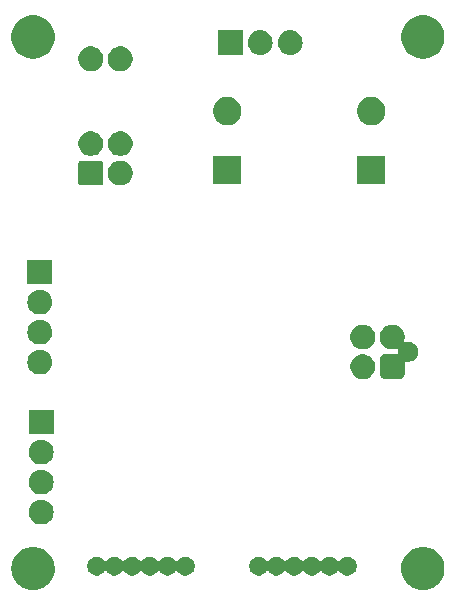
<source format=gbr>
G04 #@! TF.GenerationSoftware,KiCad,Pcbnew,(5.0.2)-1*
G04 #@! TF.CreationDate,2020-03-11T11:41:09-07:00*
G04 #@! TF.ProjectId,powerControl,706f7765-7243-46f6-9e74-726f6c2e6b69,rev?*
G04 #@! TF.SameCoordinates,Original*
G04 #@! TF.FileFunction,Soldermask,Bot*
G04 #@! TF.FilePolarity,Negative*
%FSLAX46Y46*%
G04 Gerber Fmt 4.6, Leading zero omitted, Abs format (unit mm)*
G04 Created by KiCad (PCBNEW (5.0.2)-1) date 3/11/2020 11:41:09 AM*
%MOMM*%
%LPD*%
G01*
G04 APERTURE LIST*
%ADD10C,0.100000*%
G04 APERTURE END LIST*
D10*
G36*
X108268327Y-81187521D02*
X108533791Y-81240325D01*
X108866830Y-81378275D01*
X109166557Y-81578546D01*
X109421454Y-81833443D01*
X109621725Y-82133170D01*
X109759675Y-82466209D01*
X109811192Y-82725205D01*
X109830000Y-82819759D01*
X109830000Y-83180241D01*
X109819900Y-83231018D01*
X109759675Y-83533791D01*
X109621725Y-83866830D01*
X109421454Y-84166557D01*
X109166557Y-84421454D01*
X108866830Y-84621725D01*
X108533791Y-84759675D01*
X108268327Y-84812479D01*
X108180241Y-84830000D01*
X107819759Y-84830000D01*
X107731673Y-84812479D01*
X107466209Y-84759675D01*
X107133170Y-84621725D01*
X106833443Y-84421454D01*
X106578546Y-84166557D01*
X106378275Y-83866830D01*
X106240325Y-83533791D01*
X106180100Y-83231018D01*
X106170000Y-83180241D01*
X106170000Y-82819759D01*
X106188808Y-82725205D01*
X106240325Y-82466209D01*
X106378275Y-82133170D01*
X106578546Y-81833443D01*
X106833443Y-81578546D01*
X107133170Y-81378275D01*
X107466209Y-81240325D01*
X107731673Y-81187521D01*
X107819759Y-81170000D01*
X108180241Y-81170000D01*
X108268327Y-81187521D01*
X108268327Y-81187521D01*
G37*
G36*
X75268327Y-81187521D02*
X75533791Y-81240325D01*
X75866830Y-81378275D01*
X76166557Y-81578546D01*
X76421454Y-81833443D01*
X76621725Y-82133170D01*
X76759675Y-82466209D01*
X76811192Y-82725205D01*
X76830000Y-82819759D01*
X76830000Y-83180241D01*
X76819900Y-83231018D01*
X76759675Y-83533791D01*
X76621725Y-83866830D01*
X76421454Y-84166557D01*
X76166557Y-84421454D01*
X75866830Y-84621725D01*
X75533791Y-84759675D01*
X75268327Y-84812479D01*
X75180241Y-84830000D01*
X74819759Y-84830000D01*
X74731673Y-84812479D01*
X74466209Y-84759675D01*
X74133170Y-84621725D01*
X73833443Y-84421454D01*
X73578546Y-84166557D01*
X73378275Y-83866830D01*
X73240325Y-83533791D01*
X73180100Y-83231018D01*
X73170000Y-83180241D01*
X73170000Y-82819759D01*
X73188808Y-82725205D01*
X73240325Y-82466209D01*
X73378275Y-82133170D01*
X73578546Y-81833443D01*
X73833443Y-81578546D01*
X74133170Y-81378275D01*
X74466209Y-81240325D01*
X74731673Y-81187521D01*
X74819759Y-81170000D01*
X75180241Y-81170000D01*
X75268327Y-81187521D01*
X75268327Y-81187521D01*
G37*
G36*
X80617352Y-82034743D02*
X80762941Y-82095048D01*
X80893973Y-82182601D01*
X81005401Y-82294029D01*
X81030067Y-82330944D01*
X81045612Y-82349886D01*
X81064554Y-82365431D01*
X81086165Y-82376982D01*
X81109614Y-82384095D01*
X81134001Y-82386497D01*
X81158387Y-82384095D01*
X81181836Y-82376982D01*
X81203447Y-82365430D01*
X81222389Y-82349885D01*
X81237933Y-82330944D01*
X81262599Y-82294029D01*
X81374027Y-82182601D01*
X81505059Y-82095048D01*
X81650648Y-82034743D01*
X81805205Y-82004000D01*
X81962795Y-82004000D01*
X82117352Y-82034743D01*
X82262941Y-82095048D01*
X82393973Y-82182601D01*
X82505401Y-82294029D01*
X82530067Y-82330944D01*
X82545612Y-82349886D01*
X82564554Y-82365431D01*
X82586165Y-82376982D01*
X82609614Y-82384095D01*
X82634001Y-82386497D01*
X82658387Y-82384095D01*
X82681836Y-82376982D01*
X82703447Y-82365430D01*
X82722389Y-82349885D01*
X82737933Y-82330944D01*
X82762599Y-82294029D01*
X82874027Y-82182601D01*
X83005059Y-82095048D01*
X83150648Y-82034743D01*
X83305205Y-82004000D01*
X83462795Y-82004000D01*
X83617352Y-82034743D01*
X83762941Y-82095048D01*
X83893973Y-82182601D01*
X84005401Y-82294029D01*
X84030067Y-82330944D01*
X84045612Y-82349886D01*
X84064554Y-82365431D01*
X84086165Y-82376982D01*
X84109614Y-82384095D01*
X84134001Y-82386497D01*
X84158387Y-82384095D01*
X84181836Y-82376982D01*
X84203447Y-82365430D01*
X84222389Y-82349885D01*
X84237933Y-82330944D01*
X84262599Y-82294029D01*
X84374027Y-82182601D01*
X84505059Y-82095048D01*
X84650648Y-82034743D01*
X84805205Y-82004000D01*
X84962795Y-82004000D01*
X85117352Y-82034743D01*
X85262941Y-82095048D01*
X85393973Y-82182601D01*
X85505401Y-82294029D01*
X85530067Y-82330944D01*
X85545612Y-82349886D01*
X85564554Y-82365431D01*
X85586165Y-82376982D01*
X85609614Y-82384095D01*
X85634001Y-82386497D01*
X85658387Y-82384095D01*
X85681836Y-82376982D01*
X85703447Y-82365430D01*
X85722389Y-82349885D01*
X85737933Y-82330944D01*
X85762599Y-82294029D01*
X85874027Y-82182601D01*
X86005059Y-82095048D01*
X86150648Y-82034743D01*
X86305205Y-82004000D01*
X86462795Y-82004000D01*
X86617352Y-82034743D01*
X86762941Y-82095048D01*
X86893973Y-82182601D01*
X87005401Y-82294029D01*
X87030067Y-82330944D01*
X87045612Y-82349886D01*
X87064554Y-82365431D01*
X87086165Y-82376982D01*
X87109614Y-82384095D01*
X87134001Y-82386497D01*
X87158387Y-82384095D01*
X87181836Y-82376982D01*
X87203447Y-82365430D01*
X87222389Y-82349885D01*
X87237933Y-82330944D01*
X87262599Y-82294029D01*
X87374027Y-82182601D01*
X87505059Y-82095048D01*
X87650648Y-82034743D01*
X87805205Y-82004000D01*
X87962795Y-82004000D01*
X88117352Y-82034743D01*
X88262941Y-82095048D01*
X88393973Y-82182601D01*
X88505399Y-82294027D01*
X88592952Y-82425059D01*
X88653257Y-82570648D01*
X88684000Y-82725205D01*
X88684000Y-82882795D01*
X88653257Y-83037352D01*
X88592952Y-83182941D01*
X88505399Y-83313973D01*
X88393973Y-83425399D01*
X88262941Y-83512952D01*
X88117352Y-83573257D01*
X87962795Y-83604000D01*
X87805205Y-83604000D01*
X87650648Y-83573257D01*
X87505059Y-83512952D01*
X87374027Y-83425399D01*
X87262599Y-83313971D01*
X87237933Y-83277056D01*
X87222388Y-83258114D01*
X87203446Y-83242569D01*
X87181835Y-83231018D01*
X87158386Y-83223905D01*
X87133999Y-83221503D01*
X87109613Y-83223905D01*
X87086164Y-83231018D01*
X87064553Y-83242570D01*
X87045611Y-83258115D01*
X87030067Y-83277056D01*
X87005401Y-83313971D01*
X86893973Y-83425399D01*
X86762941Y-83512952D01*
X86617352Y-83573257D01*
X86462795Y-83604000D01*
X86305205Y-83604000D01*
X86150648Y-83573257D01*
X86005059Y-83512952D01*
X85874027Y-83425399D01*
X85762599Y-83313971D01*
X85737933Y-83277056D01*
X85722388Y-83258114D01*
X85703446Y-83242569D01*
X85681835Y-83231018D01*
X85658386Y-83223905D01*
X85633999Y-83221503D01*
X85609613Y-83223905D01*
X85586164Y-83231018D01*
X85564553Y-83242570D01*
X85545611Y-83258115D01*
X85530067Y-83277056D01*
X85505401Y-83313971D01*
X85393973Y-83425399D01*
X85262941Y-83512952D01*
X85117352Y-83573257D01*
X84962795Y-83604000D01*
X84805205Y-83604000D01*
X84650648Y-83573257D01*
X84505059Y-83512952D01*
X84374027Y-83425399D01*
X84262599Y-83313971D01*
X84237933Y-83277056D01*
X84222388Y-83258114D01*
X84203446Y-83242569D01*
X84181835Y-83231018D01*
X84158386Y-83223905D01*
X84133999Y-83221503D01*
X84109613Y-83223905D01*
X84086164Y-83231018D01*
X84064553Y-83242570D01*
X84045611Y-83258115D01*
X84030067Y-83277056D01*
X84005401Y-83313971D01*
X83893973Y-83425399D01*
X83762941Y-83512952D01*
X83617352Y-83573257D01*
X83462795Y-83604000D01*
X83305205Y-83604000D01*
X83150648Y-83573257D01*
X83005059Y-83512952D01*
X82874027Y-83425399D01*
X82762599Y-83313971D01*
X82737933Y-83277056D01*
X82722388Y-83258114D01*
X82703446Y-83242569D01*
X82681835Y-83231018D01*
X82658386Y-83223905D01*
X82633999Y-83221503D01*
X82609613Y-83223905D01*
X82586164Y-83231018D01*
X82564553Y-83242570D01*
X82545611Y-83258115D01*
X82530067Y-83277056D01*
X82505401Y-83313971D01*
X82393973Y-83425399D01*
X82262941Y-83512952D01*
X82117352Y-83573257D01*
X81962795Y-83604000D01*
X81805205Y-83604000D01*
X81650648Y-83573257D01*
X81505059Y-83512952D01*
X81374027Y-83425399D01*
X81262599Y-83313971D01*
X81237933Y-83277056D01*
X81222388Y-83258114D01*
X81203446Y-83242569D01*
X81181835Y-83231018D01*
X81158386Y-83223905D01*
X81133999Y-83221503D01*
X81109613Y-83223905D01*
X81086164Y-83231018D01*
X81064553Y-83242570D01*
X81045611Y-83258115D01*
X81030067Y-83277056D01*
X81005401Y-83313971D01*
X80893973Y-83425399D01*
X80762941Y-83512952D01*
X80617352Y-83573257D01*
X80462795Y-83604000D01*
X80305205Y-83604000D01*
X80150648Y-83573257D01*
X80005059Y-83512952D01*
X79874027Y-83425399D01*
X79762601Y-83313973D01*
X79675048Y-83182941D01*
X79614743Y-83037352D01*
X79584000Y-82882795D01*
X79584000Y-82725205D01*
X79614743Y-82570648D01*
X79675048Y-82425059D01*
X79762601Y-82294027D01*
X79874027Y-82182601D01*
X80005059Y-82095048D01*
X80150648Y-82034743D01*
X80305205Y-82004000D01*
X80462795Y-82004000D01*
X80617352Y-82034743D01*
X80617352Y-82034743D01*
G37*
G36*
X94333352Y-82034743D02*
X94478941Y-82095048D01*
X94609973Y-82182601D01*
X94721401Y-82294029D01*
X94746067Y-82330944D01*
X94761612Y-82349886D01*
X94780554Y-82365431D01*
X94802165Y-82376982D01*
X94825614Y-82384095D01*
X94850001Y-82386497D01*
X94874387Y-82384095D01*
X94897836Y-82376982D01*
X94919447Y-82365430D01*
X94938389Y-82349885D01*
X94953933Y-82330944D01*
X94978599Y-82294029D01*
X95090027Y-82182601D01*
X95221059Y-82095048D01*
X95366648Y-82034743D01*
X95521205Y-82004000D01*
X95678795Y-82004000D01*
X95833352Y-82034743D01*
X95978941Y-82095048D01*
X96109973Y-82182601D01*
X96221401Y-82294029D01*
X96246067Y-82330944D01*
X96261612Y-82349886D01*
X96280554Y-82365431D01*
X96302165Y-82376982D01*
X96325614Y-82384095D01*
X96350001Y-82386497D01*
X96374387Y-82384095D01*
X96397836Y-82376982D01*
X96419447Y-82365430D01*
X96438389Y-82349885D01*
X96453933Y-82330944D01*
X96478599Y-82294029D01*
X96590027Y-82182601D01*
X96721059Y-82095048D01*
X96866648Y-82034743D01*
X97021205Y-82004000D01*
X97178795Y-82004000D01*
X97333352Y-82034743D01*
X97478941Y-82095048D01*
X97609973Y-82182601D01*
X97721401Y-82294029D01*
X97746067Y-82330944D01*
X97761612Y-82349886D01*
X97780554Y-82365431D01*
X97802165Y-82376982D01*
X97825614Y-82384095D01*
X97850001Y-82386497D01*
X97874387Y-82384095D01*
X97897836Y-82376982D01*
X97919447Y-82365430D01*
X97938389Y-82349885D01*
X97953933Y-82330944D01*
X97978599Y-82294029D01*
X98090027Y-82182601D01*
X98221059Y-82095048D01*
X98366648Y-82034743D01*
X98521205Y-82004000D01*
X98678795Y-82004000D01*
X98833352Y-82034743D01*
X98978941Y-82095048D01*
X99109973Y-82182601D01*
X99221401Y-82294029D01*
X99246067Y-82330944D01*
X99261612Y-82349886D01*
X99280554Y-82365431D01*
X99302165Y-82376982D01*
X99325614Y-82384095D01*
X99350001Y-82386497D01*
X99374387Y-82384095D01*
X99397836Y-82376982D01*
X99419447Y-82365430D01*
X99438389Y-82349885D01*
X99453933Y-82330944D01*
X99478599Y-82294029D01*
X99590027Y-82182601D01*
X99721059Y-82095048D01*
X99866648Y-82034743D01*
X100021205Y-82004000D01*
X100178795Y-82004000D01*
X100333352Y-82034743D01*
X100478941Y-82095048D01*
X100609973Y-82182601D01*
X100721401Y-82294029D01*
X100746067Y-82330944D01*
X100761612Y-82349886D01*
X100780554Y-82365431D01*
X100802165Y-82376982D01*
X100825614Y-82384095D01*
X100850001Y-82386497D01*
X100874387Y-82384095D01*
X100897836Y-82376982D01*
X100919447Y-82365430D01*
X100938389Y-82349885D01*
X100953933Y-82330944D01*
X100978599Y-82294029D01*
X101090027Y-82182601D01*
X101221059Y-82095048D01*
X101366648Y-82034743D01*
X101521205Y-82004000D01*
X101678795Y-82004000D01*
X101833352Y-82034743D01*
X101978941Y-82095048D01*
X102109973Y-82182601D01*
X102221399Y-82294027D01*
X102308952Y-82425059D01*
X102369257Y-82570648D01*
X102400000Y-82725205D01*
X102400000Y-82882795D01*
X102369257Y-83037352D01*
X102308952Y-83182941D01*
X102221399Y-83313973D01*
X102109973Y-83425399D01*
X101978941Y-83512952D01*
X101833352Y-83573257D01*
X101678795Y-83604000D01*
X101521205Y-83604000D01*
X101366648Y-83573257D01*
X101221059Y-83512952D01*
X101090027Y-83425399D01*
X100978599Y-83313971D01*
X100953933Y-83277056D01*
X100938388Y-83258114D01*
X100919446Y-83242569D01*
X100897835Y-83231018D01*
X100874386Y-83223905D01*
X100849999Y-83221503D01*
X100825613Y-83223905D01*
X100802164Y-83231018D01*
X100780553Y-83242570D01*
X100761611Y-83258115D01*
X100746067Y-83277056D01*
X100721401Y-83313971D01*
X100609973Y-83425399D01*
X100478941Y-83512952D01*
X100333352Y-83573257D01*
X100178795Y-83604000D01*
X100021205Y-83604000D01*
X99866648Y-83573257D01*
X99721059Y-83512952D01*
X99590027Y-83425399D01*
X99478599Y-83313971D01*
X99453933Y-83277056D01*
X99438388Y-83258114D01*
X99419446Y-83242569D01*
X99397835Y-83231018D01*
X99374386Y-83223905D01*
X99349999Y-83221503D01*
X99325613Y-83223905D01*
X99302164Y-83231018D01*
X99280553Y-83242570D01*
X99261611Y-83258115D01*
X99246067Y-83277056D01*
X99221401Y-83313971D01*
X99109973Y-83425399D01*
X98978941Y-83512952D01*
X98833352Y-83573257D01*
X98678795Y-83604000D01*
X98521205Y-83604000D01*
X98366648Y-83573257D01*
X98221059Y-83512952D01*
X98090027Y-83425399D01*
X97978599Y-83313971D01*
X97953933Y-83277056D01*
X97938388Y-83258114D01*
X97919446Y-83242569D01*
X97897835Y-83231018D01*
X97874386Y-83223905D01*
X97849999Y-83221503D01*
X97825613Y-83223905D01*
X97802164Y-83231018D01*
X97780553Y-83242570D01*
X97761611Y-83258115D01*
X97746067Y-83277056D01*
X97721401Y-83313971D01*
X97609973Y-83425399D01*
X97478941Y-83512952D01*
X97333352Y-83573257D01*
X97178795Y-83604000D01*
X97021205Y-83604000D01*
X96866648Y-83573257D01*
X96721059Y-83512952D01*
X96590027Y-83425399D01*
X96478599Y-83313971D01*
X96453933Y-83277056D01*
X96438388Y-83258114D01*
X96419446Y-83242569D01*
X96397835Y-83231018D01*
X96374386Y-83223905D01*
X96349999Y-83221503D01*
X96325613Y-83223905D01*
X96302164Y-83231018D01*
X96280553Y-83242570D01*
X96261611Y-83258115D01*
X96246067Y-83277056D01*
X96221401Y-83313971D01*
X96109973Y-83425399D01*
X95978941Y-83512952D01*
X95833352Y-83573257D01*
X95678795Y-83604000D01*
X95521205Y-83604000D01*
X95366648Y-83573257D01*
X95221059Y-83512952D01*
X95090027Y-83425399D01*
X94978599Y-83313971D01*
X94953933Y-83277056D01*
X94938388Y-83258114D01*
X94919446Y-83242569D01*
X94897835Y-83231018D01*
X94874386Y-83223905D01*
X94849999Y-83221503D01*
X94825613Y-83223905D01*
X94802164Y-83231018D01*
X94780553Y-83242570D01*
X94761611Y-83258115D01*
X94746067Y-83277056D01*
X94721401Y-83313971D01*
X94609973Y-83425399D01*
X94478941Y-83512952D01*
X94333352Y-83573257D01*
X94178795Y-83604000D01*
X94021205Y-83604000D01*
X93866648Y-83573257D01*
X93721059Y-83512952D01*
X93590027Y-83425399D01*
X93478601Y-83313973D01*
X93391048Y-83182941D01*
X93330743Y-83037352D01*
X93300000Y-82882795D01*
X93300000Y-82725205D01*
X93330743Y-82570648D01*
X93391048Y-82425059D01*
X93478601Y-82294027D01*
X93590027Y-82182601D01*
X93721059Y-82095048D01*
X93866648Y-82034743D01*
X94021205Y-82004000D01*
X94178795Y-82004000D01*
X94333352Y-82034743D01*
X94333352Y-82034743D01*
G37*
G36*
X75820707Y-77189597D02*
X75897836Y-77197193D01*
X76029787Y-77237220D01*
X76095763Y-77257233D01*
X76278172Y-77354733D01*
X76438054Y-77485946D01*
X76569267Y-77645828D01*
X76666767Y-77828237D01*
X76666767Y-77828238D01*
X76726807Y-78026164D01*
X76747080Y-78232000D01*
X76726807Y-78437836D01*
X76686780Y-78569787D01*
X76666767Y-78635763D01*
X76569267Y-78818172D01*
X76438054Y-78978054D01*
X76278172Y-79109267D01*
X76095763Y-79206767D01*
X76029787Y-79226780D01*
X75897836Y-79266807D01*
X75820707Y-79274404D01*
X75743580Y-79282000D01*
X75640420Y-79282000D01*
X75563293Y-79274404D01*
X75486164Y-79266807D01*
X75354213Y-79226780D01*
X75288237Y-79206767D01*
X75105828Y-79109267D01*
X74945946Y-78978054D01*
X74814733Y-78818172D01*
X74717233Y-78635763D01*
X74697220Y-78569787D01*
X74657193Y-78437836D01*
X74636920Y-78232000D01*
X74657193Y-78026164D01*
X74717233Y-77828238D01*
X74717233Y-77828237D01*
X74814733Y-77645828D01*
X74945946Y-77485946D01*
X75105828Y-77354733D01*
X75288237Y-77257233D01*
X75354213Y-77237220D01*
X75486164Y-77197193D01*
X75563293Y-77189597D01*
X75640420Y-77182000D01*
X75743580Y-77182000D01*
X75820707Y-77189597D01*
X75820707Y-77189597D01*
G37*
G36*
X75820707Y-74649597D02*
X75897836Y-74657193D01*
X76029787Y-74697220D01*
X76095763Y-74717233D01*
X76278172Y-74814733D01*
X76438054Y-74945946D01*
X76569267Y-75105828D01*
X76666767Y-75288237D01*
X76666767Y-75288238D01*
X76726807Y-75486164D01*
X76747080Y-75692000D01*
X76726807Y-75897836D01*
X76686780Y-76029787D01*
X76666767Y-76095763D01*
X76569267Y-76278172D01*
X76438054Y-76438054D01*
X76278172Y-76569267D01*
X76095763Y-76666767D01*
X76029787Y-76686780D01*
X75897836Y-76726807D01*
X75820707Y-76734404D01*
X75743580Y-76742000D01*
X75640420Y-76742000D01*
X75563293Y-76734404D01*
X75486164Y-76726807D01*
X75354213Y-76686780D01*
X75288237Y-76666767D01*
X75105828Y-76569267D01*
X74945946Y-76438054D01*
X74814733Y-76278172D01*
X74717233Y-76095763D01*
X74697220Y-76029787D01*
X74657193Y-75897836D01*
X74636920Y-75692000D01*
X74657193Y-75486164D01*
X74717233Y-75288238D01*
X74717233Y-75288237D01*
X74814733Y-75105828D01*
X74945946Y-74945946D01*
X75105828Y-74814733D01*
X75288237Y-74717233D01*
X75354213Y-74697220D01*
X75486164Y-74657193D01*
X75563293Y-74649597D01*
X75640420Y-74642000D01*
X75743580Y-74642000D01*
X75820707Y-74649597D01*
X75820707Y-74649597D01*
G37*
G36*
X75820707Y-72109597D02*
X75897836Y-72117193D01*
X76029787Y-72157220D01*
X76095763Y-72177233D01*
X76278172Y-72274733D01*
X76438054Y-72405946D01*
X76569267Y-72565828D01*
X76666767Y-72748237D01*
X76666767Y-72748238D01*
X76726807Y-72946164D01*
X76747080Y-73152000D01*
X76726807Y-73357836D01*
X76686780Y-73489787D01*
X76666767Y-73555763D01*
X76569267Y-73738172D01*
X76438054Y-73898054D01*
X76278172Y-74029267D01*
X76095763Y-74126767D01*
X76029787Y-74146780D01*
X75897836Y-74186807D01*
X75820707Y-74194404D01*
X75743580Y-74202000D01*
X75640420Y-74202000D01*
X75563293Y-74194404D01*
X75486164Y-74186807D01*
X75354213Y-74146780D01*
X75288237Y-74126767D01*
X75105828Y-74029267D01*
X74945946Y-73898054D01*
X74814733Y-73738172D01*
X74717233Y-73555763D01*
X74697220Y-73489787D01*
X74657193Y-73357836D01*
X74636920Y-73152000D01*
X74657193Y-72946164D01*
X74717233Y-72748238D01*
X74717233Y-72748237D01*
X74814733Y-72565828D01*
X74945946Y-72405946D01*
X75105828Y-72274733D01*
X75288237Y-72177233D01*
X75354213Y-72157220D01*
X75486164Y-72117193D01*
X75563293Y-72109597D01*
X75640420Y-72102000D01*
X75743580Y-72102000D01*
X75820707Y-72109597D01*
X75820707Y-72109597D01*
G37*
G36*
X76742000Y-71662000D02*
X74642000Y-71662000D01*
X74642000Y-69562000D01*
X76742000Y-69562000D01*
X76742000Y-71662000D01*
X76742000Y-71662000D01*
G37*
G36*
X105535888Y-62367470D02*
X105716274Y-62403350D01*
X105907362Y-62482502D01*
X106079336Y-62597411D01*
X106225589Y-62743664D01*
X106340498Y-62915638D01*
X106419650Y-63106726D01*
X106460000Y-63309584D01*
X106460000Y-63516416D01*
X106426573Y-63684469D01*
X106424172Y-63708845D01*
X106426574Y-63733231D01*
X106433687Y-63756680D01*
X106445238Y-63778291D01*
X106460784Y-63797233D01*
X106479726Y-63812779D01*
X106501336Y-63824330D01*
X106524786Y-63831443D01*
X106549172Y-63833845D01*
X106573557Y-63831443D01*
X106666280Y-63813000D01*
X106833719Y-63813000D01*
X106997934Y-63845664D01*
X107152627Y-63909740D01*
X107291847Y-64002764D01*
X107410236Y-64121153D01*
X107503260Y-64260373D01*
X107567336Y-64415066D01*
X107600000Y-64579281D01*
X107600000Y-64746719D01*
X107567336Y-64910934D01*
X107503260Y-65065627D01*
X107410236Y-65204847D01*
X107291847Y-65323236D01*
X107152627Y-65416260D01*
X106997934Y-65480336D01*
X106833719Y-65513000D01*
X106666281Y-65513000D01*
X106602741Y-65500361D01*
X106578355Y-65497959D01*
X106553969Y-65500361D01*
X106530520Y-65507474D01*
X106508909Y-65519025D01*
X106489967Y-65534571D01*
X106474421Y-65553513D01*
X106462870Y-65575124D01*
X106455757Y-65598573D01*
X106453355Y-65622959D01*
X106455757Y-65647344D01*
X106456399Y-65650574D01*
X106460302Y-65690194D01*
X106461573Y-65716062D01*
X106461573Y-66509938D01*
X106460302Y-66535806D01*
X106456399Y-66575426D01*
X106446309Y-66626155D01*
X106435647Y-66661306D01*
X106415845Y-66709111D01*
X106398532Y-66741501D01*
X106369791Y-66784514D01*
X106346490Y-66812907D01*
X106309907Y-66849490D01*
X106281514Y-66872791D01*
X106238501Y-66901532D01*
X106206111Y-66918845D01*
X106158306Y-66938647D01*
X106123155Y-66949309D01*
X106072426Y-66959399D01*
X106032806Y-66963302D01*
X106006938Y-66964573D01*
X104813062Y-66964573D01*
X104787194Y-66963302D01*
X104747574Y-66959399D01*
X104696845Y-66949309D01*
X104661694Y-66938647D01*
X104613889Y-66918845D01*
X104581499Y-66901532D01*
X104538486Y-66872791D01*
X104510093Y-66849490D01*
X104473510Y-66812907D01*
X104450209Y-66784514D01*
X104421468Y-66741501D01*
X104404155Y-66709111D01*
X104384353Y-66661306D01*
X104373691Y-66626155D01*
X104363601Y-66575426D01*
X104359698Y-66535806D01*
X104358427Y-66509938D01*
X104358427Y-65316062D01*
X104359698Y-65290194D01*
X104363601Y-65250574D01*
X104373691Y-65199845D01*
X104384353Y-65164694D01*
X104404155Y-65116889D01*
X104421468Y-65084499D01*
X104450209Y-65041486D01*
X104473510Y-65013093D01*
X104510093Y-64976510D01*
X104538486Y-64953209D01*
X104581499Y-64924468D01*
X104613889Y-64907155D01*
X104661694Y-64887353D01*
X104696845Y-64876691D01*
X104747574Y-64866601D01*
X104787194Y-64862698D01*
X104813062Y-64861427D01*
X105606938Y-64861427D01*
X105632806Y-64862698D01*
X105672426Y-64866601D01*
X105723155Y-64876691D01*
X105739300Y-64881588D01*
X105763334Y-64886368D01*
X105787838Y-64886368D01*
X105811871Y-64881587D01*
X105834510Y-64872210D01*
X105854885Y-64858596D01*
X105872212Y-64841268D01*
X105885826Y-64820894D01*
X105895203Y-64798255D01*
X105899983Y-64774221D01*
X105899237Y-64759029D01*
X105900000Y-64759029D01*
X105900000Y-64579281D01*
X105904827Y-64555014D01*
X105907229Y-64530628D01*
X105904827Y-64506241D01*
X105897714Y-64482792D01*
X105886163Y-64461182D01*
X105870617Y-64442239D01*
X105851675Y-64426694D01*
X105830064Y-64415143D01*
X105806615Y-64408030D01*
X105782229Y-64405628D01*
X105757842Y-64408030D01*
X105734409Y-64415138D01*
X105716274Y-64422650D01*
X105535888Y-64458530D01*
X105513417Y-64463000D01*
X105306583Y-64463000D01*
X105284112Y-64458530D01*
X105103726Y-64422650D01*
X104912638Y-64343498D01*
X104740664Y-64228589D01*
X104594411Y-64082336D01*
X104479502Y-63910362D01*
X104400350Y-63719274D01*
X104360000Y-63516416D01*
X104360000Y-63309584D01*
X104400350Y-63106726D01*
X104479502Y-62915638D01*
X104594411Y-62743664D01*
X104740664Y-62597411D01*
X104912638Y-62482502D01*
X105103726Y-62403350D01*
X105284112Y-62367470D01*
X105306583Y-62363000D01*
X105513417Y-62363000D01*
X105535888Y-62367470D01*
X105535888Y-62367470D01*
G37*
G36*
X103031520Y-64866601D02*
X103216274Y-64903350D01*
X103407362Y-64982502D01*
X103579336Y-65097411D01*
X103725589Y-65243664D01*
X103840498Y-65415638D01*
X103919650Y-65606726D01*
X103960000Y-65809584D01*
X103960000Y-66016416D01*
X103919650Y-66219274D01*
X103840498Y-66410362D01*
X103725589Y-66582336D01*
X103579336Y-66728589D01*
X103407362Y-66843498D01*
X103216274Y-66922650D01*
X103037568Y-66958196D01*
X103013417Y-66963000D01*
X102806583Y-66963000D01*
X102782432Y-66958196D01*
X102603726Y-66922650D01*
X102412638Y-66843498D01*
X102240664Y-66728589D01*
X102094411Y-66582336D01*
X101979502Y-66410362D01*
X101900350Y-66219274D01*
X101860000Y-66016416D01*
X101860000Y-65809584D01*
X101900350Y-65606726D01*
X101979502Y-65415638D01*
X102094411Y-65243664D01*
X102240664Y-65097411D01*
X102412638Y-64982502D01*
X102603726Y-64903350D01*
X102788480Y-64866601D01*
X102806583Y-64863000D01*
X103013417Y-64863000D01*
X103031520Y-64866601D01*
X103031520Y-64866601D01*
G37*
G36*
X75693707Y-64489597D02*
X75770836Y-64497193D01*
X75902787Y-64537220D01*
X75968763Y-64557233D01*
X76151172Y-64654733D01*
X76311054Y-64785946D01*
X76442267Y-64945828D01*
X76539767Y-65128237D01*
X76539767Y-65128238D01*
X76599807Y-65326164D01*
X76620080Y-65532000D01*
X76599807Y-65737836D01*
X76559780Y-65869787D01*
X76539767Y-65935763D01*
X76442267Y-66118172D01*
X76311054Y-66278054D01*
X76151172Y-66409267D01*
X75968763Y-66506767D01*
X75902787Y-66526780D01*
X75770836Y-66566807D01*
X75693707Y-66574404D01*
X75616580Y-66582000D01*
X75513420Y-66582000D01*
X75436293Y-66574404D01*
X75359164Y-66566807D01*
X75227213Y-66526780D01*
X75161237Y-66506767D01*
X74978828Y-66409267D01*
X74818946Y-66278054D01*
X74687733Y-66118172D01*
X74590233Y-65935763D01*
X74570220Y-65869787D01*
X74530193Y-65737836D01*
X74509920Y-65532000D01*
X74530193Y-65326164D01*
X74590233Y-65128238D01*
X74590233Y-65128237D01*
X74687733Y-64945828D01*
X74818946Y-64785946D01*
X74978828Y-64654733D01*
X75161237Y-64557233D01*
X75227213Y-64537220D01*
X75359164Y-64497193D01*
X75436293Y-64489597D01*
X75513420Y-64482000D01*
X75616580Y-64482000D01*
X75693707Y-64489597D01*
X75693707Y-64489597D01*
G37*
G36*
X103035888Y-62367470D02*
X103216274Y-62403350D01*
X103407362Y-62482502D01*
X103579336Y-62597411D01*
X103725589Y-62743664D01*
X103840498Y-62915638D01*
X103919650Y-63106726D01*
X103960000Y-63309584D01*
X103960000Y-63516416D01*
X103919650Y-63719274D01*
X103840498Y-63910362D01*
X103725589Y-64082336D01*
X103579336Y-64228589D01*
X103407362Y-64343498D01*
X103216274Y-64422650D01*
X103035888Y-64458530D01*
X103013417Y-64463000D01*
X102806583Y-64463000D01*
X102784112Y-64458530D01*
X102603726Y-64422650D01*
X102412638Y-64343498D01*
X102240664Y-64228589D01*
X102094411Y-64082336D01*
X101979502Y-63910362D01*
X101900350Y-63719274D01*
X101860000Y-63516416D01*
X101860000Y-63309584D01*
X101900350Y-63106726D01*
X101979502Y-62915638D01*
X102094411Y-62743664D01*
X102240664Y-62597411D01*
X102412638Y-62482502D01*
X102603726Y-62403350D01*
X102784112Y-62367470D01*
X102806583Y-62363000D01*
X103013417Y-62363000D01*
X103035888Y-62367470D01*
X103035888Y-62367470D01*
G37*
G36*
X75693707Y-61949596D02*
X75770836Y-61957193D01*
X75902787Y-61997220D01*
X75968763Y-62017233D01*
X76151172Y-62114733D01*
X76311054Y-62245946D01*
X76442267Y-62405828D01*
X76539767Y-62588237D01*
X76539767Y-62588238D01*
X76599807Y-62786164D01*
X76620080Y-62992000D01*
X76599807Y-63197836D01*
X76565909Y-63309583D01*
X76539767Y-63395763D01*
X76442267Y-63578172D01*
X76311054Y-63738054D01*
X76151172Y-63869267D01*
X75968763Y-63966767D01*
X75902787Y-63986780D01*
X75770836Y-64026807D01*
X75693707Y-64034403D01*
X75616580Y-64042000D01*
X75513420Y-64042000D01*
X75436293Y-64034403D01*
X75359164Y-64026807D01*
X75227213Y-63986780D01*
X75161237Y-63966767D01*
X74978828Y-63869267D01*
X74818946Y-63738054D01*
X74687733Y-63578172D01*
X74590233Y-63395763D01*
X74564091Y-63309583D01*
X74530193Y-63197836D01*
X74509920Y-62992000D01*
X74530193Y-62786164D01*
X74590233Y-62588238D01*
X74590233Y-62588237D01*
X74687733Y-62405828D01*
X74818946Y-62245946D01*
X74978828Y-62114733D01*
X75161237Y-62017233D01*
X75227213Y-61997220D01*
X75359164Y-61957193D01*
X75436293Y-61949596D01*
X75513420Y-61942000D01*
X75616580Y-61942000D01*
X75693707Y-61949596D01*
X75693707Y-61949596D01*
G37*
G36*
X75693707Y-59409597D02*
X75770836Y-59417193D01*
X75902787Y-59457220D01*
X75968763Y-59477233D01*
X76151172Y-59574733D01*
X76311054Y-59705946D01*
X76442267Y-59865828D01*
X76539767Y-60048237D01*
X76539767Y-60048238D01*
X76599807Y-60246164D01*
X76620080Y-60452000D01*
X76599807Y-60657836D01*
X76559780Y-60789787D01*
X76539767Y-60855763D01*
X76442267Y-61038172D01*
X76311054Y-61198054D01*
X76151172Y-61329267D01*
X75968763Y-61426767D01*
X75902787Y-61446780D01*
X75770836Y-61486807D01*
X75693707Y-61494403D01*
X75616580Y-61502000D01*
X75513420Y-61502000D01*
X75436293Y-61494403D01*
X75359164Y-61486807D01*
X75227213Y-61446780D01*
X75161237Y-61426767D01*
X74978828Y-61329267D01*
X74818946Y-61198054D01*
X74687733Y-61038172D01*
X74590233Y-60855763D01*
X74570220Y-60789787D01*
X74530193Y-60657836D01*
X74509920Y-60452000D01*
X74530193Y-60246164D01*
X74590233Y-60048238D01*
X74590233Y-60048237D01*
X74687733Y-59865828D01*
X74818946Y-59705946D01*
X74978828Y-59574733D01*
X75161237Y-59477233D01*
X75227213Y-59457220D01*
X75359164Y-59417193D01*
X75436293Y-59409597D01*
X75513420Y-59402000D01*
X75616580Y-59402000D01*
X75693707Y-59409597D01*
X75693707Y-59409597D01*
G37*
G36*
X76615000Y-58962000D02*
X74515000Y-58962000D01*
X74515000Y-56862000D01*
X76615000Y-56862000D01*
X76615000Y-58962000D01*
X76615000Y-58962000D01*
G37*
G36*
X82508888Y-48484470D02*
X82689274Y-48520350D01*
X82880362Y-48599502D01*
X83052336Y-48714411D01*
X83198589Y-48860664D01*
X83313498Y-49032638D01*
X83392650Y-49223726D01*
X83433000Y-49426584D01*
X83433000Y-49633416D01*
X83392650Y-49836274D01*
X83313498Y-50027362D01*
X83198589Y-50199336D01*
X83052336Y-50345589D01*
X82880362Y-50460498D01*
X82689274Y-50539650D01*
X82516249Y-50574066D01*
X82486417Y-50580000D01*
X82279583Y-50580000D01*
X82249751Y-50574066D01*
X82076726Y-50539650D01*
X81885638Y-50460498D01*
X81713664Y-50345589D01*
X81567411Y-50199336D01*
X81452502Y-50027362D01*
X81373350Y-49836274D01*
X81333000Y-49633416D01*
X81333000Y-49426584D01*
X81373350Y-49223726D01*
X81452502Y-49032638D01*
X81567411Y-48860664D01*
X81713664Y-48714411D01*
X81885638Y-48599502D01*
X82076726Y-48520350D01*
X82257112Y-48484470D01*
X82279583Y-48480000D01*
X82486417Y-48480000D01*
X82508888Y-48484470D01*
X82508888Y-48484470D01*
G37*
G36*
X80755325Y-48484831D02*
X80796598Y-48497351D01*
X80834629Y-48517679D01*
X80867964Y-48545036D01*
X80895321Y-48578371D01*
X80915649Y-48616402D01*
X80928169Y-48657675D01*
X80933000Y-48706726D01*
X80933000Y-50353274D01*
X80928169Y-50402325D01*
X80915649Y-50443598D01*
X80895321Y-50481629D01*
X80867964Y-50514964D01*
X80834629Y-50542321D01*
X80796598Y-50562649D01*
X80755325Y-50575169D01*
X80706274Y-50580000D01*
X79059726Y-50580000D01*
X79010675Y-50575169D01*
X78969402Y-50562649D01*
X78931371Y-50542321D01*
X78898036Y-50514964D01*
X78870679Y-50481629D01*
X78850351Y-50443598D01*
X78837831Y-50402325D01*
X78833000Y-50353274D01*
X78833000Y-48706726D01*
X78837831Y-48657675D01*
X78850351Y-48616402D01*
X78870679Y-48578371D01*
X78898036Y-48545036D01*
X78931371Y-48517679D01*
X78969402Y-48497351D01*
X79010675Y-48484831D01*
X79059726Y-48480000D01*
X80706274Y-48480000D01*
X80755325Y-48484831D01*
X80755325Y-48484831D01*
G37*
G36*
X104832000Y-50476000D02*
X102432000Y-50476000D01*
X102432000Y-48076000D01*
X104832000Y-48076000D01*
X104832000Y-50476000D01*
X104832000Y-50476000D01*
G37*
G36*
X92640000Y-50476000D02*
X90240000Y-50476000D01*
X90240000Y-48076000D01*
X92640000Y-48076000D01*
X92640000Y-50476000D01*
X92640000Y-50476000D01*
G37*
G36*
X80008888Y-45984470D02*
X80189274Y-46020350D01*
X80380362Y-46099502D01*
X80552336Y-46214411D01*
X80698589Y-46360664D01*
X80813498Y-46532638D01*
X80892650Y-46723726D01*
X80933000Y-46926584D01*
X80933000Y-47133416D01*
X80892650Y-47336274D01*
X80813498Y-47527362D01*
X80698589Y-47699336D01*
X80552336Y-47845589D01*
X80380362Y-47960498D01*
X80189274Y-48039650D01*
X80008888Y-48075530D01*
X79986417Y-48080000D01*
X79779583Y-48080000D01*
X79757112Y-48075530D01*
X79576726Y-48039650D01*
X79385638Y-47960498D01*
X79213664Y-47845589D01*
X79067411Y-47699336D01*
X78952502Y-47527362D01*
X78873350Y-47336274D01*
X78833000Y-47133416D01*
X78833000Y-46926584D01*
X78873350Y-46723726D01*
X78952502Y-46532638D01*
X79067411Y-46360664D01*
X79213664Y-46214411D01*
X79385638Y-46099502D01*
X79576726Y-46020350D01*
X79757112Y-45984470D01*
X79779583Y-45980000D01*
X79986417Y-45980000D01*
X80008888Y-45984470D01*
X80008888Y-45984470D01*
G37*
G36*
X82508888Y-45984470D02*
X82689274Y-46020350D01*
X82880362Y-46099502D01*
X83052336Y-46214411D01*
X83198589Y-46360664D01*
X83313498Y-46532638D01*
X83392650Y-46723726D01*
X83433000Y-46926584D01*
X83433000Y-47133416D01*
X83392650Y-47336274D01*
X83313498Y-47527362D01*
X83198589Y-47699336D01*
X83052336Y-47845589D01*
X82880362Y-47960498D01*
X82689274Y-48039650D01*
X82508888Y-48075530D01*
X82486417Y-48080000D01*
X82279583Y-48080000D01*
X82257112Y-48075530D01*
X82076726Y-48039650D01*
X81885638Y-47960498D01*
X81713664Y-47845589D01*
X81567411Y-47699336D01*
X81452502Y-47527362D01*
X81373350Y-47336274D01*
X81333000Y-47133416D01*
X81333000Y-46926584D01*
X81373350Y-46723726D01*
X81452502Y-46532638D01*
X81567411Y-46360664D01*
X81713664Y-46214411D01*
X81885638Y-46099502D01*
X82076726Y-46020350D01*
X82257112Y-45984470D01*
X82279583Y-45980000D01*
X82486417Y-45980000D01*
X82508888Y-45984470D01*
X82508888Y-45984470D01*
G37*
G36*
X103982026Y-43122115D02*
X104200412Y-43212573D01*
X104396958Y-43343901D01*
X104564099Y-43511042D01*
X104695427Y-43707588D01*
X104785885Y-43925974D01*
X104832000Y-44157809D01*
X104832000Y-44394191D01*
X104785885Y-44626026D01*
X104695427Y-44844412D01*
X104564099Y-45040958D01*
X104396958Y-45208099D01*
X104200412Y-45339427D01*
X103982026Y-45429885D01*
X103750191Y-45476000D01*
X103513809Y-45476000D01*
X103281974Y-45429885D01*
X103063588Y-45339427D01*
X102867042Y-45208099D01*
X102699901Y-45040958D01*
X102568573Y-44844412D01*
X102478115Y-44626026D01*
X102432000Y-44394191D01*
X102432000Y-44157809D01*
X102478115Y-43925974D01*
X102568573Y-43707588D01*
X102699901Y-43511042D01*
X102867042Y-43343901D01*
X103063588Y-43212573D01*
X103281974Y-43122115D01*
X103513809Y-43076000D01*
X103750191Y-43076000D01*
X103982026Y-43122115D01*
X103982026Y-43122115D01*
G37*
G36*
X91790026Y-43122115D02*
X92008412Y-43212573D01*
X92204958Y-43343901D01*
X92372099Y-43511042D01*
X92503427Y-43707588D01*
X92593885Y-43925974D01*
X92640000Y-44157809D01*
X92640000Y-44394191D01*
X92593885Y-44626026D01*
X92503427Y-44844412D01*
X92372099Y-45040958D01*
X92204958Y-45208099D01*
X92008412Y-45339427D01*
X91790026Y-45429885D01*
X91558191Y-45476000D01*
X91321809Y-45476000D01*
X91089974Y-45429885D01*
X90871588Y-45339427D01*
X90675042Y-45208099D01*
X90507901Y-45040958D01*
X90376573Y-44844412D01*
X90286115Y-44626026D01*
X90240000Y-44394191D01*
X90240000Y-44157809D01*
X90286115Y-43925974D01*
X90376573Y-43707588D01*
X90507901Y-43511042D01*
X90675042Y-43343901D01*
X90871588Y-43212573D01*
X91089974Y-43122115D01*
X91321809Y-43076000D01*
X91558191Y-43076000D01*
X91790026Y-43122115D01*
X91790026Y-43122115D01*
G37*
G36*
X80008888Y-38804470D02*
X80189274Y-38840350D01*
X80380362Y-38919502D01*
X80552336Y-39034411D01*
X80698589Y-39180664D01*
X80813498Y-39352638D01*
X80892650Y-39543726D01*
X80933000Y-39746584D01*
X80933000Y-39953416D01*
X80892650Y-40156274D01*
X80813498Y-40347362D01*
X80698589Y-40519336D01*
X80552336Y-40665589D01*
X80380362Y-40780498D01*
X80189274Y-40859650D01*
X80008888Y-40895530D01*
X79986417Y-40900000D01*
X79779583Y-40900000D01*
X79757112Y-40895530D01*
X79576726Y-40859650D01*
X79385638Y-40780498D01*
X79213664Y-40665589D01*
X79067411Y-40519336D01*
X78952502Y-40347362D01*
X78873350Y-40156274D01*
X78833000Y-39953416D01*
X78833000Y-39746584D01*
X78873350Y-39543726D01*
X78952502Y-39352638D01*
X79067411Y-39180664D01*
X79213664Y-39034411D01*
X79385638Y-38919502D01*
X79576726Y-38840350D01*
X79757112Y-38804470D01*
X79779583Y-38800000D01*
X79986417Y-38800000D01*
X80008888Y-38804470D01*
X80008888Y-38804470D01*
G37*
G36*
X82508888Y-38804470D02*
X82689274Y-38840350D01*
X82880362Y-38919502D01*
X83052336Y-39034411D01*
X83198589Y-39180664D01*
X83313498Y-39352638D01*
X83392650Y-39543726D01*
X83433000Y-39746584D01*
X83433000Y-39953416D01*
X83392650Y-40156274D01*
X83313498Y-40347362D01*
X83198589Y-40519336D01*
X83052336Y-40665589D01*
X82880362Y-40780498D01*
X82689274Y-40859650D01*
X82508888Y-40895530D01*
X82486417Y-40900000D01*
X82279583Y-40900000D01*
X82257112Y-40895530D01*
X82076726Y-40859650D01*
X81885638Y-40780498D01*
X81713664Y-40665589D01*
X81567411Y-40519336D01*
X81452502Y-40347362D01*
X81373350Y-40156274D01*
X81333000Y-39953416D01*
X81333000Y-39746584D01*
X81373350Y-39543726D01*
X81452502Y-39352638D01*
X81567411Y-39180664D01*
X81713664Y-39034411D01*
X81885638Y-38919502D01*
X82076726Y-38840350D01*
X82257112Y-38804470D01*
X82279583Y-38800000D01*
X82486417Y-38800000D01*
X82508888Y-38804470D01*
X82508888Y-38804470D01*
G37*
G36*
X75268327Y-36187521D02*
X75533791Y-36240325D01*
X75866830Y-36378275D01*
X76166557Y-36578546D01*
X76421454Y-36833443D01*
X76621725Y-37133170D01*
X76759675Y-37466209D01*
X76830000Y-37819761D01*
X76830000Y-38180239D01*
X76759675Y-38533791D01*
X76621725Y-38866830D01*
X76421454Y-39166557D01*
X76166557Y-39421454D01*
X75866830Y-39621725D01*
X75533791Y-39759675D01*
X75268327Y-39812479D01*
X75180241Y-39830000D01*
X74819759Y-39830000D01*
X74731673Y-39812479D01*
X74466209Y-39759675D01*
X74133170Y-39621725D01*
X73833443Y-39421454D01*
X73578546Y-39166557D01*
X73378275Y-38866830D01*
X73240325Y-38533791D01*
X73170000Y-38180239D01*
X73170000Y-37819761D01*
X73240325Y-37466209D01*
X73378275Y-37133170D01*
X73578546Y-36833443D01*
X73833443Y-36578546D01*
X74133170Y-36378275D01*
X74466209Y-36240325D01*
X74731673Y-36187521D01*
X74819759Y-36170000D01*
X75180241Y-36170000D01*
X75268327Y-36187521D01*
X75268327Y-36187521D01*
G37*
G36*
X108268327Y-36187521D02*
X108533791Y-36240325D01*
X108866830Y-36378275D01*
X109166557Y-36578546D01*
X109421454Y-36833443D01*
X109621725Y-37133170D01*
X109759675Y-37466209D01*
X109830000Y-37819761D01*
X109830000Y-38180239D01*
X109759675Y-38533791D01*
X109621725Y-38866830D01*
X109421454Y-39166557D01*
X109166557Y-39421454D01*
X108866830Y-39621725D01*
X108533791Y-39759675D01*
X108268327Y-39812479D01*
X108180241Y-39830000D01*
X107819759Y-39830000D01*
X107731673Y-39812479D01*
X107466209Y-39759675D01*
X107133170Y-39621725D01*
X106833443Y-39421454D01*
X106578546Y-39166557D01*
X106378275Y-38866830D01*
X106240325Y-38533791D01*
X106170000Y-38180239D01*
X106170000Y-37819761D01*
X106240325Y-37466209D01*
X106378275Y-37133170D01*
X106578546Y-36833443D01*
X106833443Y-36578546D01*
X107133170Y-36378275D01*
X107466209Y-36240325D01*
X107731673Y-36187521D01*
X107819759Y-36170000D01*
X108180241Y-36170000D01*
X108268327Y-36187521D01*
X108268327Y-36187521D01*
G37*
G36*
X92744000Y-39531000D02*
X90644000Y-39531000D01*
X90644000Y-37431000D01*
X92744000Y-37431000D01*
X92744000Y-39531000D01*
X92744000Y-39531000D01*
G37*
G36*
X96902707Y-37438596D02*
X96979836Y-37446193D01*
X97111787Y-37486220D01*
X97177763Y-37506233D01*
X97360172Y-37603733D01*
X97520054Y-37734946D01*
X97651267Y-37894828D01*
X97748767Y-38077237D01*
X97748767Y-38077238D01*
X97808807Y-38275164D01*
X97829080Y-38481000D01*
X97808807Y-38686836D01*
X97774479Y-38800000D01*
X97748767Y-38884763D01*
X97651267Y-39067172D01*
X97520054Y-39227054D01*
X97360172Y-39358267D01*
X97177763Y-39455767D01*
X97111787Y-39475780D01*
X96979836Y-39515807D01*
X96902707Y-39523403D01*
X96825580Y-39531000D01*
X96722420Y-39531000D01*
X96645293Y-39523403D01*
X96568164Y-39515807D01*
X96436213Y-39475780D01*
X96370237Y-39455767D01*
X96187828Y-39358267D01*
X96027946Y-39227054D01*
X95896733Y-39067172D01*
X95799233Y-38884763D01*
X95773521Y-38800000D01*
X95739193Y-38686836D01*
X95718920Y-38481000D01*
X95739193Y-38275164D01*
X95799233Y-38077238D01*
X95799233Y-38077237D01*
X95896733Y-37894828D01*
X96027946Y-37734946D01*
X96187828Y-37603733D01*
X96370237Y-37506233D01*
X96436213Y-37486220D01*
X96568164Y-37446193D01*
X96645293Y-37438596D01*
X96722420Y-37431000D01*
X96825580Y-37431000D01*
X96902707Y-37438596D01*
X96902707Y-37438596D01*
G37*
G36*
X94362707Y-37438596D02*
X94439836Y-37446193D01*
X94571787Y-37486220D01*
X94637763Y-37506233D01*
X94820172Y-37603733D01*
X94980054Y-37734946D01*
X95111267Y-37894828D01*
X95208767Y-38077237D01*
X95208767Y-38077238D01*
X95268807Y-38275164D01*
X95289080Y-38481000D01*
X95268807Y-38686836D01*
X95234479Y-38800000D01*
X95208767Y-38884763D01*
X95111267Y-39067172D01*
X94980054Y-39227054D01*
X94820172Y-39358267D01*
X94637763Y-39455767D01*
X94571787Y-39475780D01*
X94439836Y-39515807D01*
X94362707Y-39523403D01*
X94285580Y-39531000D01*
X94182420Y-39531000D01*
X94105293Y-39523403D01*
X94028164Y-39515807D01*
X93896213Y-39475780D01*
X93830237Y-39455767D01*
X93647828Y-39358267D01*
X93487946Y-39227054D01*
X93356733Y-39067172D01*
X93259233Y-38884763D01*
X93233521Y-38800000D01*
X93199193Y-38686836D01*
X93178920Y-38481000D01*
X93199193Y-38275164D01*
X93259233Y-38077238D01*
X93259233Y-38077237D01*
X93356733Y-37894828D01*
X93487946Y-37734946D01*
X93647828Y-37603733D01*
X93830237Y-37506233D01*
X93896213Y-37486220D01*
X94028164Y-37446193D01*
X94105293Y-37438596D01*
X94182420Y-37431000D01*
X94285580Y-37431000D01*
X94362707Y-37438596D01*
X94362707Y-37438596D01*
G37*
M02*

</source>
